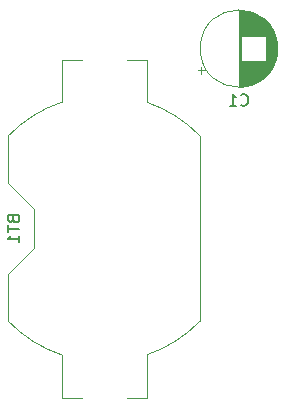
<source format=gbr>
%TF.GenerationSoftware,KiCad,Pcbnew,(5.1.8)-1*%
%TF.CreationDate,2021-08-08T22:25:58+05:30*%
%TF.ProjectId,1st,3173742e-6b69-4636-9164-5f7063625858,rev?*%
%TF.SameCoordinates,Original*%
%TF.FileFunction,Legend,Bot*%
%TF.FilePolarity,Positive*%
%FSLAX46Y46*%
G04 Gerber Fmt 4.6, Leading zero omitted, Abs format (unit mm)*
G04 Created by KiCad (PCBNEW (5.1.8)-1) date 2021-08-08 22:25:58*
%MOMM*%
%LPD*%
G01*
G04 APERTURE LIST*
%ADD10C,0.120000*%
%ADD11C,0.150000*%
G04 APERTURE END LIST*
D10*
%TO.C,BT1*%
X51870000Y-95590000D02*
X51870000Y-91972000D01*
X50160000Y-95590000D02*
X51870000Y-95590000D01*
X56370000Y-89127300D02*
X56370000Y-73432700D01*
X50160000Y-66970000D02*
X51870000Y-66970000D01*
X51870000Y-70588000D02*
X51870000Y-66970000D01*
X44650000Y-66970000D02*
X44650000Y-70588000D01*
X46360000Y-66970000D02*
X44650000Y-66970000D01*
X40150000Y-73432700D02*
X40150000Y-77420000D01*
X42350000Y-79620000D02*
X40150000Y-77420000D01*
X42350000Y-79620000D02*
X42350000Y-82940000D01*
X42350000Y-82940000D02*
X40150000Y-85140000D01*
X40150000Y-85140000D02*
X40150000Y-89127300D01*
X44650000Y-91972000D02*
X44650000Y-95590000D01*
X46360000Y-95590000D02*
X44650000Y-95590000D01*
X40148211Y-89125370D02*
G75*
G03*
X44650000Y-91972000I8111789J7845370D01*
G01*
X56371789Y-73434630D02*
G75*
G03*
X51870000Y-70588000I-8111789J-7845370D01*
G01*
X40148211Y-73434630D02*
G75*
G02*
X44650000Y-70588000I8111789J-7845370D01*
G01*
X56371789Y-89125370D02*
G75*
G02*
X51870000Y-91972000I-8111789J7845370D01*
G01*
%TO.C,C1*%
X56484759Y-68194000D02*
X56484759Y-67564000D01*
X56169759Y-67879000D02*
X56799759Y-67879000D01*
X62911000Y-66442000D02*
X62911000Y-65638000D01*
X62871000Y-66673000D02*
X62871000Y-65407000D01*
X62831000Y-66842000D02*
X62831000Y-65238000D01*
X62791000Y-66980000D02*
X62791000Y-65100000D01*
X62751000Y-67099000D02*
X62751000Y-64981000D01*
X62711000Y-67205000D02*
X62711000Y-64875000D01*
X62671000Y-67302000D02*
X62671000Y-64778000D01*
X62631000Y-67390000D02*
X62631000Y-64690000D01*
X62591000Y-67472000D02*
X62591000Y-64608000D01*
X62551000Y-67549000D02*
X62551000Y-64531000D01*
X62511000Y-67621000D02*
X62511000Y-64459000D01*
X62471000Y-67690000D02*
X62471000Y-64390000D01*
X62431000Y-67754000D02*
X62431000Y-64326000D01*
X62391000Y-67816000D02*
X62391000Y-64264000D01*
X62351000Y-67874000D02*
X62351000Y-64206000D01*
X62311000Y-67930000D02*
X62311000Y-64150000D01*
X62271000Y-67984000D02*
X62271000Y-64096000D01*
X62231000Y-68035000D02*
X62231000Y-64045000D01*
X62191000Y-68084000D02*
X62191000Y-63996000D01*
X62151000Y-68132000D02*
X62151000Y-63948000D01*
X62111000Y-68177000D02*
X62111000Y-63903000D01*
X62071000Y-68222000D02*
X62071000Y-63858000D01*
X62031000Y-68264000D02*
X62031000Y-63816000D01*
X61991000Y-68305000D02*
X61991000Y-63775000D01*
X61951000Y-65000000D02*
X61951000Y-63735000D01*
X61951000Y-68345000D02*
X61951000Y-67080000D01*
X61911000Y-65000000D02*
X61911000Y-63697000D01*
X61911000Y-68383000D02*
X61911000Y-67080000D01*
X61871000Y-65000000D02*
X61871000Y-63660000D01*
X61871000Y-68420000D02*
X61871000Y-67080000D01*
X61831000Y-65000000D02*
X61831000Y-63624000D01*
X61831000Y-68456000D02*
X61831000Y-67080000D01*
X61791000Y-65000000D02*
X61791000Y-63590000D01*
X61791000Y-68490000D02*
X61791000Y-67080000D01*
X61751000Y-65000000D02*
X61751000Y-63556000D01*
X61751000Y-68524000D02*
X61751000Y-67080000D01*
X61711000Y-65000000D02*
X61711000Y-63524000D01*
X61711000Y-68556000D02*
X61711000Y-67080000D01*
X61671000Y-65000000D02*
X61671000Y-63492000D01*
X61671000Y-68588000D02*
X61671000Y-67080000D01*
X61631000Y-65000000D02*
X61631000Y-63462000D01*
X61631000Y-68618000D02*
X61631000Y-67080000D01*
X61591000Y-65000000D02*
X61591000Y-63433000D01*
X61591000Y-68647000D02*
X61591000Y-67080000D01*
X61551000Y-65000000D02*
X61551000Y-63404000D01*
X61551000Y-68676000D02*
X61551000Y-67080000D01*
X61511000Y-65000000D02*
X61511000Y-63376000D01*
X61511000Y-68704000D02*
X61511000Y-67080000D01*
X61471000Y-65000000D02*
X61471000Y-63350000D01*
X61471000Y-68730000D02*
X61471000Y-67080000D01*
X61431000Y-65000000D02*
X61431000Y-63324000D01*
X61431000Y-68756000D02*
X61431000Y-67080000D01*
X61391000Y-65000000D02*
X61391000Y-63298000D01*
X61391000Y-68782000D02*
X61391000Y-67080000D01*
X61351000Y-65000000D02*
X61351000Y-63274000D01*
X61351000Y-68806000D02*
X61351000Y-67080000D01*
X61311000Y-65000000D02*
X61311000Y-63250000D01*
X61311000Y-68830000D02*
X61311000Y-67080000D01*
X61271000Y-65000000D02*
X61271000Y-63228000D01*
X61271000Y-68852000D02*
X61271000Y-67080000D01*
X61231000Y-65000000D02*
X61231000Y-63206000D01*
X61231000Y-68874000D02*
X61231000Y-67080000D01*
X61191000Y-65000000D02*
X61191000Y-63184000D01*
X61191000Y-68896000D02*
X61191000Y-67080000D01*
X61151000Y-65000000D02*
X61151000Y-63164000D01*
X61151000Y-68916000D02*
X61151000Y-67080000D01*
X61111000Y-65000000D02*
X61111000Y-63144000D01*
X61111000Y-68936000D02*
X61111000Y-67080000D01*
X61071000Y-65000000D02*
X61071000Y-63124000D01*
X61071000Y-68956000D02*
X61071000Y-67080000D01*
X61031000Y-65000000D02*
X61031000Y-63106000D01*
X61031000Y-68974000D02*
X61031000Y-67080000D01*
X60991000Y-65000000D02*
X60991000Y-63088000D01*
X60991000Y-68992000D02*
X60991000Y-67080000D01*
X60951000Y-65000000D02*
X60951000Y-63070000D01*
X60951000Y-69010000D02*
X60951000Y-67080000D01*
X60911000Y-65000000D02*
X60911000Y-63054000D01*
X60911000Y-69026000D02*
X60911000Y-67080000D01*
X60871000Y-65000000D02*
X60871000Y-63038000D01*
X60871000Y-69042000D02*
X60871000Y-67080000D01*
X60831000Y-65000000D02*
X60831000Y-63022000D01*
X60831000Y-69058000D02*
X60831000Y-67080000D01*
X60791000Y-65000000D02*
X60791000Y-63007000D01*
X60791000Y-69073000D02*
X60791000Y-67080000D01*
X60751000Y-65000000D02*
X60751000Y-62993000D01*
X60751000Y-69087000D02*
X60751000Y-67080000D01*
X60711000Y-65000000D02*
X60711000Y-62979000D01*
X60711000Y-69101000D02*
X60711000Y-67080000D01*
X60671000Y-65000000D02*
X60671000Y-62966000D01*
X60671000Y-69114000D02*
X60671000Y-67080000D01*
X60631000Y-65000000D02*
X60631000Y-62954000D01*
X60631000Y-69126000D02*
X60631000Y-67080000D01*
X60591000Y-65000000D02*
X60591000Y-62942000D01*
X60591000Y-69138000D02*
X60591000Y-67080000D01*
X60551000Y-65000000D02*
X60551000Y-62930000D01*
X60551000Y-69150000D02*
X60551000Y-67080000D01*
X60511000Y-65000000D02*
X60511000Y-62919000D01*
X60511000Y-69161000D02*
X60511000Y-67080000D01*
X60471000Y-65000000D02*
X60471000Y-62909000D01*
X60471000Y-69171000D02*
X60471000Y-67080000D01*
X60431000Y-65000000D02*
X60431000Y-62899000D01*
X60431000Y-69181000D02*
X60431000Y-67080000D01*
X60391000Y-65000000D02*
X60391000Y-62890000D01*
X60391000Y-69190000D02*
X60391000Y-67080000D01*
X60350000Y-65000000D02*
X60350000Y-62881000D01*
X60350000Y-69199000D02*
X60350000Y-67080000D01*
X60310000Y-65000000D02*
X60310000Y-62873000D01*
X60310000Y-69207000D02*
X60310000Y-67080000D01*
X60270000Y-65000000D02*
X60270000Y-62865000D01*
X60270000Y-69215000D02*
X60270000Y-67080000D01*
X60230000Y-65000000D02*
X60230000Y-62858000D01*
X60230000Y-69222000D02*
X60230000Y-67080000D01*
X60190000Y-65000000D02*
X60190000Y-62851000D01*
X60190000Y-69229000D02*
X60190000Y-67080000D01*
X60150000Y-65000000D02*
X60150000Y-62845000D01*
X60150000Y-69235000D02*
X60150000Y-67080000D01*
X60110000Y-65000000D02*
X60110000Y-62839000D01*
X60110000Y-69241000D02*
X60110000Y-67080000D01*
X60070000Y-65000000D02*
X60070000Y-62834000D01*
X60070000Y-69246000D02*
X60070000Y-67080000D01*
X60030000Y-65000000D02*
X60030000Y-62829000D01*
X60030000Y-69251000D02*
X60030000Y-67080000D01*
X59990000Y-65000000D02*
X59990000Y-62825000D01*
X59990000Y-69255000D02*
X59990000Y-67080000D01*
X59950000Y-65000000D02*
X59950000Y-62822000D01*
X59950000Y-69258000D02*
X59950000Y-67080000D01*
X59910000Y-65000000D02*
X59910000Y-62818000D01*
X59910000Y-69262000D02*
X59910000Y-67080000D01*
X59870000Y-69264000D02*
X59870000Y-62816000D01*
X59830000Y-69267000D02*
X59830000Y-62813000D01*
X59790000Y-69268000D02*
X59790000Y-62812000D01*
X59750000Y-69270000D02*
X59750000Y-62810000D01*
X59710000Y-69270000D02*
X59710000Y-62810000D01*
X59670000Y-69270000D02*
X59670000Y-62810000D01*
X62940000Y-66040000D02*
G75*
G03*
X62940000Y-66040000I-3270000J0D01*
G01*
%TO.C,BT1*%
D11*
X40568571Y-80494285D02*
X40616190Y-80637142D01*
X40663809Y-80684761D01*
X40759047Y-80732380D01*
X40901904Y-80732380D01*
X40997142Y-80684761D01*
X41044761Y-80637142D01*
X41092380Y-80541904D01*
X41092380Y-80160952D01*
X40092380Y-80160952D01*
X40092380Y-80494285D01*
X40140000Y-80589523D01*
X40187619Y-80637142D01*
X40282857Y-80684761D01*
X40378095Y-80684761D01*
X40473333Y-80637142D01*
X40520952Y-80589523D01*
X40568571Y-80494285D01*
X40568571Y-80160952D01*
X40092380Y-81018095D02*
X40092380Y-81589523D01*
X41092380Y-81303809D02*
X40092380Y-81303809D01*
X41092380Y-82446666D02*
X41092380Y-81875238D01*
X41092380Y-82160952D02*
X40092380Y-82160952D01*
X40235238Y-82065714D01*
X40330476Y-81970476D01*
X40378095Y-81875238D01*
%TO.C,C1*%
X59836666Y-70797142D02*
X59884285Y-70844761D01*
X60027142Y-70892380D01*
X60122380Y-70892380D01*
X60265238Y-70844761D01*
X60360476Y-70749523D01*
X60408095Y-70654285D01*
X60455714Y-70463809D01*
X60455714Y-70320952D01*
X60408095Y-70130476D01*
X60360476Y-70035238D01*
X60265238Y-69940000D01*
X60122380Y-69892380D01*
X60027142Y-69892380D01*
X59884285Y-69940000D01*
X59836666Y-69987619D01*
X58884285Y-70892380D02*
X59455714Y-70892380D01*
X59170000Y-70892380D02*
X59170000Y-69892380D01*
X59265238Y-70035238D01*
X59360476Y-70130476D01*
X59455714Y-70178095D01*
%TD*%
M02*

</source>
